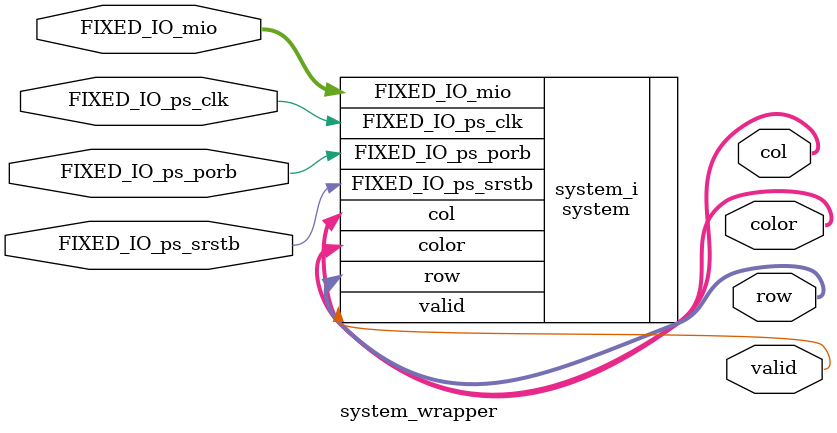
<source format=v>
`timescale 1 ps / 1 ps

module system_wrapper
   (FIXED_IO_mio,
    FIXED_IO_ps_clk,
    FIXED_IO_ps_porb,
    FIXED_IO_ps_srstb,
    col,
    color,
    row,
    valid);
  inout [53:0]FIXED_IO_mio;
  inout FIXED_IO_ps_clk;
  inout FIXED_IO_ps_porb;
  inout FIXED_IO_ps_srstb;
  output [10:0]col;
  output [3:0]color;
  output [9:0]row;
  output valid;

  wire [53:0]FIXED_IO_mio;
  wire FIXED_IO_ps_clk;
  wire FIXED_IO_ps_porb;
  wire FIXED_IO_ps_srstb;
  wire [10:0]col;
  wire [3:0]color;
  wire [9:0]row;
  wire valid;

system system_i
       (.FIXED_IO_mio(FIXED_IO_mio),
        .FIXED_IO_ps_clk(FIXED_IO_ps_clk),
        .FIXED_IO_ps_porb(FIXED_IO_ps_porb),
        .FIXED_IO_ps_srstb(FIXED_IO_ps_srstb),
        .col(col),
        .color(color),
        .row(row),
        .valid(valid));
endmodule

</source>
